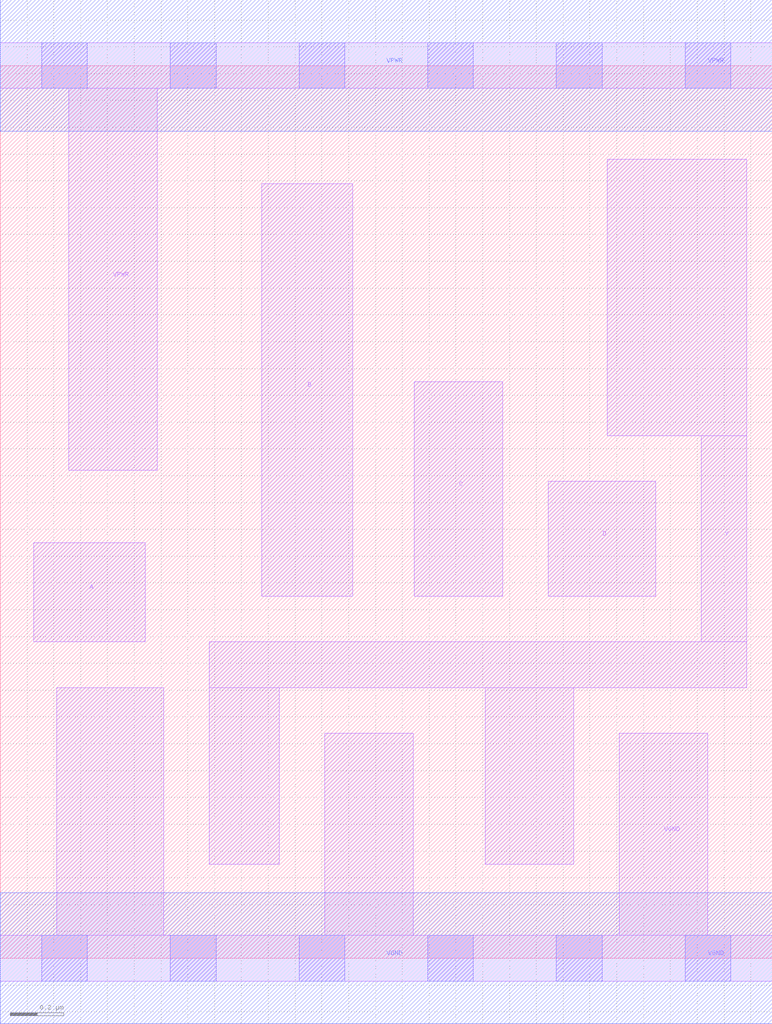
<source format=lef>
# Copyright 2020 The SkyWater PDK Authors
#
# Licensed under the Apache License, Version 2.0 (the "License");
# you may not use this file except in compliance with the License.
# You may obtain a copy of the License at
#
#     https://www.apache.org/licenses/LICENSE-2.0
#
# Unless required by applicable law or agreed to in writing, software
# distributed under the License is distributed on an "AS IS" BASIS,
# WITHOUT WARRANTIES OR CONDITIONS OF ANY KIND, either express or implied.
# See the License for the specific language governing permissions and
# limitations under the License.
#
# SPDX-License-Identifier: Apache-2.0

VERSION 5.7 ;
  NAMESCASESENSITIVE ON ;
  NOWIREEXTENSIONATPIN ON ;
  DIVIDERCHAR "/" ;
  BUSBITCHARS "[]" ;
UNITS
  DATABASE MICRONS 200 ;
END UNITS
MACRO sky130_fd_sc_ms__nor4_1
  CLASS CORE ;
  SOURCE USER ;
  FOREIGN sky130_fd_sc_ms__nor4_1 ;
  ORIGIN  0.000000  0.000000 ;
  SIZE  2.880000 BY  3.330000 ;
  SYMMETRY X Y ;
  SITE unit ;
  PIN A
    ANTENNAGATEAREA  0.312600 ;
    DIRECTION INPUT ;
    USE SIGNAL ;
    PORT
      LAYER li1 ;
        RECT 0.125000 1.180000 0.540000 1.550000 ;
    END
  END A
  PIN B
    ANTENNAGATEAREA  0.312600 ;
    DIRECTION INPUT ;
    USE SIGNAL ;
    PORT
      LAYER li1 ;
        RECT 0.975000 1.350000 1.315000 2.890000 ;
    END
  END B
  PIN C
    ANTENNAGATEAREA  0.312600 ;
    DIRECTION INPUT ;
    USE SIGNAL ;
    PORT
      LAYER li1 ;
        RECT 1.545000 1.350000 1.875000 2.150000 ;
    END
  END C
  PIN D
    ANTENNAGATEAREA  0.312600 ;
    DIRECTION INPUT ;
    USE SIGNAL ;
    PORT
      LAYER li1 ;
        RECT 2.045000 1.350000 2.445000 1.780000 ;
    END
  END D
  PIN Y
    ANTENNADIFFAREA  0.728000 ;
    DIRECTION OUTPUT ;
    USE SIGNAL ;
    PORT
      LAYER li1 ;
        RECT 0.780000 0.350000 1.040000 1.010000 ;
        RECT 0.780000 1.010000 2.785000 1.180000 ;
        RECT 1.810000 0.350000 2.140000 1.010000 ;
        RECT 2.265000 1.950000 2.785000 2.980000 ;
        RECT 2.615000 1.180000 2.785000 1.950000 ;
    END
  END Y
  PIN VGND
    DIRECTION INOUT ;
    USE GROUND ;
    PORT
      LAYER li1 ;
        RECT 0.000000 -0.085000 2.880000 0.085000 ;
        RECT 0.210000  0.085000 0.610000 1.010000 ;
        RECT 1.210000  0.085000 1.540000 0.840000 ;
        RECT 2.310000  0.085000 2.640000 0.840000 ;
      LAYER mcon ;
        RECT 0.155000 -0.085000 0.325000 0.085000 ;
        RECT 0.635000 -0.085000 0.805000 0.085000 ;
        RECT 1.115000 -0.085000 1.285000 0.085000 ;
        RECT 1.595000 -0.085000 1.765000 0.085000 ;
        RECT 2.075000 -0.085000 2.245000 0.085000 ;
        RECT 2.555000 -0.085000 2.725000 0.085000 ;
      LAYER met1 ;
        RECT 0.000000 -0.245000 2.880000 0.245000 ;
    END
  END VGND
  PIN VPWR
    DIRECTION INOUT ;
    USE POWER ;
    PORT
      LAYER li1 ;
        RECT 0.000000 3.245000 2.880000 3.415000 ;
        RECT 0.255000 1.820000 0.585000 3.245000 ;
      LAYER mcon ;
        RECT 0.155000 3.245000 0.325000 3.415000 ;
        RECT 0.635000 3.245000 0.805000 3.415000 ;
        RECT 1.115000 3.245000 1.285000 3.415000 ;
        RECT 1.595000 3.245000 1.765000 3.415000 ;
        RECT 2.075000 3.245000 2.245000 3.415000 ;
        RECT 2.555000 3.245000 2.725000 3.415000 ;
      LAYER met1 ;
        RECT 0.000000 3.085000 2.880000 3.575000 ;
    END
  END VPWR
END sky130_fd_sc_ms__nor4_1

</source>
